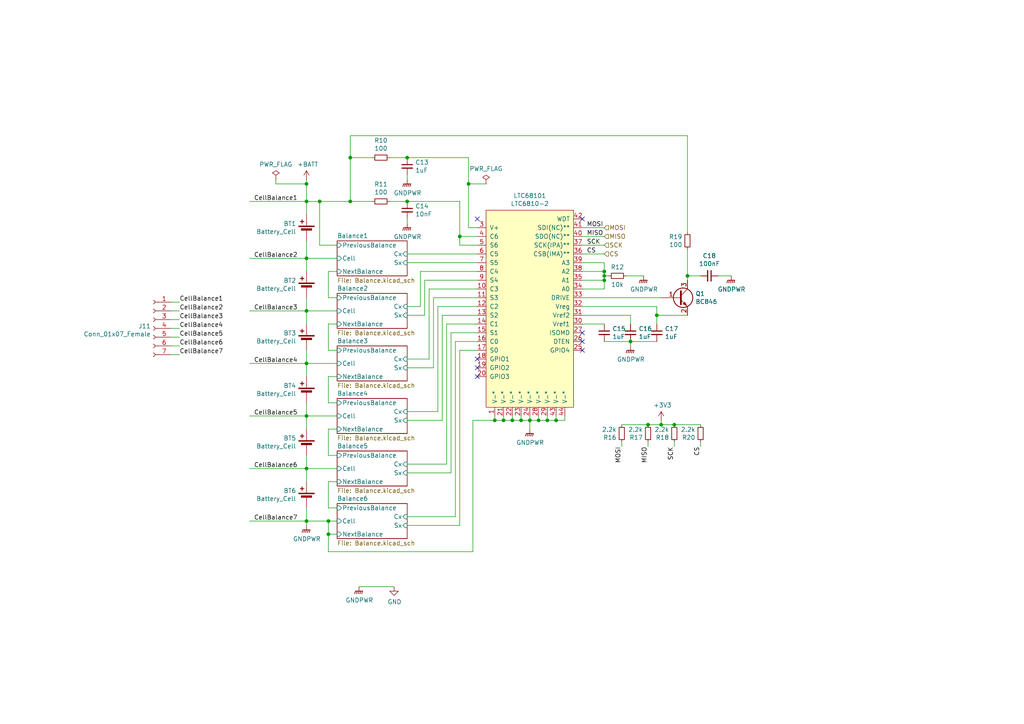
<source format=kicad_sch>
(kicad_sch (version 20231120) (generator "eeschema") (generator_version "8.0")
  (paper "A4")
  (title_block (title "LTC6810 Application"))
  (lib_symbols
    (symbol "BMS_LV_2022-rescue:+3.3V-power" (power) (pin_names (offset 0))
      (property "Value" "power_+3.3V" (at 0 3.556 0))
      (symbol "+3.3V-power_0_1"
        (polyline (pts (xy -0.762 1.27) (xy 0 2.54)))
        (polyline (pts (xy 0 0) (xy 0 2.54)))
        (polyline (pts (xy 0 2.54) (xy 0.762 1.27)))
      )
      (symbol "+3.3V-power_1_1"
        (pin power_in line (at 0 0 90) (length 0) hide (name "+3V3") (number "1"))
      )
    )
    (symbol "BMS_LV_2022-rescue:+BATT-power" (power) (pin_names (offset 0))
      (property "Value" "power_+BATT" (at 0 3.556 0))
      (symbol "+BATT-power_0_1"
        (polyline (pts (xy -0.762 1.27) (xy 0 2.54)))
        (polyline (pts (xy 0 0) (xy 0 2.54)))
        (polyline (pts (xy 0 2.54) (xy 0.762 1.27)))
      )
      (symbol "+BATT-power_1_1"
        (pin power_in line (at 0 0 90) (length 0) hide (name "+BATT") (number "1"))
      )
    )
    (symbol "BMS_LV_2022-rescue:BC846-Transistor_BJT" (pin_names (offset 0) hide)
      (property "Reference" "Q" (at 5.08 1.905 0))
      (property "Value" "BC846-Transistor_BJT" (at 5.08 0 0))
      (symbol "BC846-Transistor_BJT_0_1"
        (polyline (pts (xy 0.635 0.635) (xy 2.54 2.54)))
        (polyline (pts (xy 0.635 -0.635) (xy 2.54 -2.54) (xy 2.54 -2.54)))
        (polyline (pts (xy 0.635 1.905) (xy 0.635 -1.905) (xy 0.635 -1.905)) (stroke (width 0.508)))
        (polyline (pts (xy 1.27 -1.778) (xy 1.778 -1.27) (xy 2.286 -2.286) (xy 1.27 -1.778) (xy 1.27 -1.778)) (fill (type outline)))
        (circle (center 1.27 0) (radius 2.8194) (stroke (width 0.254)))
      )
      (symbol "BC846-Transistor_BJT_1_1"
        (pin input line (at -5.08 0 0) (length 5.715) (name "B") (number "1"))
        (pin passive line (at 2.54 -5.08 90) (length 2.54) (name "E") (number "2"))
        (pin passive line (at 2.54 5.08 270) (length 2.54) (name "C") (number "3"))
      )
    )
    (symbol "BMS_LV_2022-rescue:Conn_01x07_Female-Connector" (pin_names (offset 1.016) hide)
      (property "Reference" "J" (at 0 10.16 0))
      (property "Value" "Connector_Conn_01x07_Female" (at 0 -10.16 0))
      (symbol "Conn_01x07_Female-Connector_1_1"
        (arc (start 0 -7.112) (mid -0.508 -7.62) (end 0 -8.128) (stroke (width 0.1524)))
        (arc (start 0 -4.572) (mid -0.508 -5.08) (end 0 -5.588) (stroke (width 0.1524)))
        (arc (start 0 -2.032) (mid -0.508 -2.54) (end 0 -3.048) (stroke (width 0.1524)))
        (polyline (pts (xy -1.27 -7.62) (xy -0.508 -7.62)) (stroke (width 0.1524)))
        (polyline (pts (xy -1.27 -5.08) (xy -0.508 -5.08)) (stroke (width 0.1524)))
        (polyline (pts (xy -1.27 -2.54) (xy -0.508 -2.54)) (stroke (width 0.1524)))
        (polyline (pts (xy -1.27 0) (xy -0.508 0)) (stroke (width 0.1524)))
        (polyline (pts (xy -1.27 2.54) (xy -0.508 2.54)) (stroke (width 0.1524)))
        (polyline (pts (xy -1.27 5.08) (xy -0.508 5.08)) (stroke (width 0.1524)))
        (polyline (pts (xy -1.27 7.62) (xy -0.508 7.62)) (stroke (width 0.1524)))
        (arc (start 0 0.508) (mid -0.508 0) (end 0 -0.508) (stroke (width 0.1524)))
        (arc (start 0 3.048) (mid -0.508 2.54) (end 0 2.032) (stroke (width 0.1524)))
        (arc (start 0 5.588) (mid -0.508 5.08) (end 0 4.572) (stroke (width 0.1524)))
        (arc (start 0 8.128) (mid -0.508 7.62) (end 0 7.112) (stroke (width 0.1524)))
        (pin passive line (at -5.08 7.62 0) (length 3.81) (name "Pin_1") (number "1"))
        (pin passive line (at -5.08 5.08 0) (length 3.81) (name "Pin_2") (number "2"))
        (pin passive line (at -5.08 2.54 0) (length 3.81) (name "Pin_3") (number "3"))
        (pin passive line (at -5.08 0 0) (length 3.81) (name "Pin_4") (number "4"))
        (pin passive line (at -5.08 -2.54 0) (length 3.81) (name "Pin_5") (number "5"))
        (pin passive line (at -5.08 -5.08 0) (length 3.81) (name "Pin_6") (number "6"))
        (pin passive line (at -5.08 -7.62 0) (length 3.81) (name "Pin_7") (number "7"))
      )
    )
    (symbol "BMS_LV_2022-rescue:GND-power" (power) (pin_names (offset 0))
      (property "Value" "power_GND" (at 0 -3.81 0))
      (symbol "GND-power_0_1"
        (polyline (pts (xy 0 0) (xy 0 -1.27) (xy 1.27 -1.27) (xy 0 -2.54) (xy -1.27 -1.27) (xy 0 -1.27)))
      )
      (symbol "GND-power_1_1"
        (pin power_in line (at 0 0 270) (length 0) hide (name "GND") (number "1"))
      )
    )
    (symbol "BMS_LV_2022-rescue:GNDPWR-power" (power) (pin_names (offset 0))
      (property "Value" "power_GNDPWR" (at 0 -3.302 0))
      (symbol "GNDPWR-power_0_1"
        (polyline (pts (xy 0 -1.27) (xy 0 0)))
        (polyline (pts (xy -1.016 -1.27) (xy -1.27 -2.032) (xy -1.27 -2.032)) (stroke (width 0.2032)))
        (polyline (pts (xy -0.508 -1.27) (xy -0.762 -2.032) (xy -0.762 -2.032)) (stroke (width 0.2032)))
        (polyline (pts (xy 0 -1.27) (xy -0.254 -2.032) (xy -0.254 -2.032)) (stroke (width 0.2032)))
        (polyline (pts (xy 0.508 -1.27) (xy 0.254 -2.032) (xy 0.254 -2.032)) (stroke (width 0.2032)))
        (polyline (pts (xy 1.016 -1.27) (xy -1.016 -1.27) (xy -1.016 -1.27)) (stroke (width 0.2032)))
        (polyline (pts (xy 1.016 -1.27) (xy 0.762 -2.032) (xy 0.762 -2.032) (xy 0.762 -2.032)) (stroke (width 0.2032)))
      )
      (symbol "GNDPWR-power_1_1"
        (pin power_in line (at 0 0 270) (length 0) hide (name "GNDPWR") (number "1"))
      )
    )
    (symbol "BMS_LV_2022-rescue:PWR_FLAG-power" (power) (pin_numbers hide) (pin_names (offset 0) hide)
      (property "Value" "power_PWR_FLAG" (at 0 3.81 0))
      (symbol "PWR_FLAG-power_0_0"
        (pin power_out line (at 0 0 90) (length 0) (name "pwr") (number "1"))
      )
      (symbol "PWR_FLAG-power_0_1"
        (polyline (pts (xy 0 0) (xy 0 1.27) (xy -1.016 1.905) (xy 0 2.54) (xy 1.016 1.905) (xy 0 1.27)))
      )
    )
    (symbol "Device:Battery_Cell" (pin_numbers hide) (pin_names (offset 0) hide)
      (property "Reference" "BT" (at 2.54 2.54 0))
      (property "Value" "Battery_Cell" (at 2.54 0 0))
      (symbol "Battery_Cell_0_1"
        (rectangle (start -2.286 1.778) (end 2.286 1.524) (fill (type outline)))
        (rectangle (start -1.524 1.016) (end 1.524 0.508) (fill (type outline)))
        (polyline (pts (xy 0 0.762) (xy 0 0)))
        (polyline (pts (xy 0 1.778) (xy 0 2.54)))
        (polyline (pts (xy 0.762 3.048) (xy 1.778 3.048)) (stroke (width 0.254)))
        (polyline (pts (xy 1.27 3.556) (xy 1.27 2.54)) (stroke (width 0.254)))
      )
      (symbol "Battery_Cell_1_1"
        (pin passive line (at 0 5.08 270) (length 2.54) (name "+") (number "1"))
        (pin passive line (at 0 -2.54 90) (length 2.54) (name "-") (number "2"))
      )
    )
    (symbol "Device:C_Small" (pin_numbers hide) (pin_names (offset 0.254) hide)
      (property "Reference" "C" (at 0.254 1.778 0))
      (property "Value" "C_Small" (at 0.254 -2.032 0))
      (symbol "C_Small_0_1"
        (polyline (pts (xy -1.524 -0.508) (xy 1.524 -0.508)) (stroke (width 0.3302)))
        (polyline (pts (xy -1.524 0.508) (xy 1.524 0.508)) (stroke (width 0.3048)))
      )
      (symbol "C_Small_1_1"
        (pin passive line (at 0 2.54 270) (length 2.032) (name "~") (number "1"))
        (pin passive line (at 0 -2.54 90) (length 2.032) (name "~") (number "2"))
      )
    )
    (symbol "Device:R_Small" (pin_numbers hide) (pin_names (offset 0.254) hide)
      (property "Reference" "R" (at 0.762 0.508 0))
      (property "Value" "R_Small" (at 0.762 -1.016 0))
      (symbol "R_Small_0_1"
        (rectangle (start -0.762 1.778) (end 0.762 -1.778) (stroke (width 0.2032)))
      )
      (symbol "R_Small_1_1"
        (pin passive line (at 0 2.54 270) (length 0.762) (name "~") (number "1"))
        (pin passive line (at 0 -2.54 90) (length 0.762) (name "~") (number "2"))
      )
    )
    (symbol "ltc6810-2:LTC6810-2" (pin_names (offset 1.016))
      (property "Reference" "LTC6810" (at -22.86 59.69 0))
      (property "Value" "LTC6810-2" (at -22.86 57.15 0))
      (symbol "LTC6810-2_0_1"
        (rectangle (start -35.56 55.88) (end -10.16 -1.27) (fill (type background)))
      )
      (symbol "LTC6810-2_1_1"
        (pin power_in line (at -33.02 -3.81 90) (length 2.54) (name "V-*") (number "1"))
        (pin bidirectional line (at -38.1 33.02 0) (length 2.54) (name "C3") (number "10"))
        (pin bidirectional line (at -38.1 30.48 0) (length 2.54) (name "S3") (number "11"))
        (pin bidirectional line (at -38.1 27.94 0) (length 2.54) (name "C2") (number "12"))
        (pin bidirectional line (at -38.1 25.4 0) (length 2.54) (name "S2") (number "13"))
        (pin bidirectional line (at -38.1 22.86 0) (length 2.54) (name "C1") (number "14"))
        (pin bidirectional line (at -38.1 20.32 0) (length 2.54) (name "S1") (number "15"))
        (pin bidirectional line (at -38.1 17.78 0) (length 2.54) (name "C0") (number "16"))
        (pin bidirectional line (at -38.1 15.24 0) (length 2.54) (name "S0") (number "17"))
        (pin bidirectional line (at -38.1 12.7 0) (length 2.54) (name "GPIO1") (number "18"))
        (pin bidirectional line (at -38.1 10.16 0) (length 2.54) (name "GPIO2") (number "19"))
        (pin bidirectional line (at -38.1 53.34 0) (length 2.54) hide (name "NC") (number "2"))
        (pin bidirectional line (at -38.1 7.62 0) (length 2.54) (name "GPIO3") (number "20"))
        (pin power_in line (at -30.48 -3.81 90) (length 2.54) (name "V-*") (number "21"))
        (pin power_in line (at -27.94 -3.81 90) (length 2.54) (name "V-*") (number "22"))
        (pin power_in line (at -25.4 -3.81 90) (length 2.54) (name "V-*") (number "23"))
        (pin power_in line (at -22.86 -3.81 90) (length 2.54) (name "V-*") (number "24"))
        (pin bidirectional line (at -7.62 15.24 180) (length 2.54) (name "GPIO4") (number "25"))
        (pin bidirectional line (at -7.62 17.78 180) (length 2.54) (name "DTEN") (number "26"))
        (pin bidirectional line (at -7.62 20.32 180) (length 2.54) (name "ISOMD") (number "27"))
        (pin power_in line (at -20.32 -3.81 90) (length 2.54) (name "V-*") (number "28"))
        (pin power_in line (at -17.78 -3.81 90) (length 2.54) (name "V-*") (number "29"))
        (pin power_in line (at -38.1 50.8 0) (length 2.54) (name "V+") (number "3"))
        (pin bidirectional line (at -7.62 22.86 180) (length 2.54) (name "Vref1") (number "30"))
        (pin bidirectional line (at -7.62 25.4 180) (length 2.54) (name "Vref2") (number "31"))
        (pin bidirectional line (at -7.62 27.94 180) (length 2.54) (name "Vreg") (number "32"))
        (pin bidirectional line (at -7.62 30.48 180) (length 2.54) (name "DRIVE") (number "33"))
        (pin bidirectional line (at -7.62 33.02 180) (length 2.54) (name "A0") (number "34"))
        (pin bidirectional line (at -7.62 35.56 180) (length 2.54) (name "A1") (number "35"))
        (pin bidirectional line (at -7.62 43.18 180) (length 2.54) (name "CSB(IMA)**") (number "36"))
        (pin bidirectional line (at -7.62 45.72 180) (length 2.54) (name "SCK(IPA)**") (number "37"))
        (pin bidirectional line (at -7.62 38.1 180) (length 2.54) (name "A2") (number "38"))
        (pin bidirectional line (at -7.62 40.64 180) (length 2.54) (name "A3") (number "39"))
        (pin bidirectional line (at -38.1 48.26 0) (length 2.54) (name "C6") (number "4"))
        (pin bidirectional line (at -7.62 48.26 180) (length 2.54) (name "SDO(NC)**") (number "40"))
        (pin bidirectional line (at -7.62 50.8 180) (length 2.54) (name "SDI(NC)**") (number "41"))
        (pin bidirectional line (at -7.62 53.34 180) (length 2.54) (name "WDT") (number "42"))
        (pin power_in line (at -15.24 -3.81 90) (length 2.54) (name "V-*") (number "43"))
        (pin power_in line (at -12.7 -3.81 90) (length 2.54) (name "V-*") (number "44"))
        (pin bidirectional line (at -38.1 45.72 0) (length 2.54) (name "S6") (number "5"))
        (pin bidirectional line (at -38.1 43.18 0) (length 2.54) (name "C5") (number "6"))
        (pin bidirectional line (at -38.1 40.64 0) (length 2.54) (name "S5") (number "7"))
        (pin bidirectional line (at -38.1 38.1 0) (length 2.54) (name "C4") (number "8"))
        (pin bidirectional line (at -38.1 35.56 0) (length 2.54) (name "S4") (number "9"))
      )
    )
  )
  (junction (at 88.9 74.93))
  (junction (at 156.21 121.92))
  (junction (at 101.6 45.72))
  (junction (at 88.9 151.13))
  (junction (at 175.26 78.74))
  (junction (at 118.11 58.42))
  (junction (at 88.9 105.41))
  (junction (at 161.29 121.92))
  (junction (at 151.13 121.92))
  (junction (at 88.9 58.42))
  (junction (at 175.26 80.01))
  (junction (at 88.9 53.34))
  (junction (at 101.6 58.42))
  (junction (at 175.26 81.28))
  (junction (at 88.9 90.17))
  (junction (at 135.89 53.34))
  (junction (at 143.51 121.92))
  (junction (at 95.25 154.94))
  (junction (at 199.39 80.01))
  (junction (at 148.59 121.92))
  (junction (at 187.96 123.19))
  (junction (at 146.05 121.92))
  (junction (at 88.9 135.89))
  (junction (at 158.75 121.92))
  (junction (at 118.11 45.72))
  (junction (at 190.5 91.44))
  (junction (at 95.25 151.13))
  (junction (at 133.35 68.58))
  (junction (at 88.9 120.65))
  (junction (at 182.88 99.06))
  (junction (at 153.67 121.92))
  (junction (at 191.77 123.19))
  (junction (at 92.71 58.42))
  (junction (at 195.58 123.19))
  (no_connect (at 138.43 104.14))
  (no_connect (at 138.43 109.22))
  (no_connect (at 168.91 96.52))
  (no_connect (at 168.91 101.6))
  (no_connect (at 168.91 63.5))
  (no_connect (at 138.43 63.5))
  (no_connect (at 168.91 99.06))
  (no_connect (at 138.43 106.68))
  (wire (pts (xy 146.05 121.92) (xy 148.59 121.92)))
  (wire (pts (xy 88.9 132.08) (xy 88.9 135.89)))
  (wire (pts (xy 95.25 116.84) (xy 97.79 116.84)))
  (wire (pts (xy 101.6 58.42) (xy 92.71 58.42)))
  (wire (pts (xy 135.89 53.34) (xy 135.89 66.04)))
  (wire (pts (xy 168.91 73.66) (xy 175.26 73.66)))
  (wire (pts (xy 128.27 91.44) (xy 138.43 91.44)))
  (wire (pts (xy 161.29 120.65) (xy 161.29 121.92)))
  (wire (pts (xy 199.39 80.01) (xy 199.39 72.39)))
  (wire (pts (xy 95.25 139.7) (xy 95.25 147.32)))
  (wire (pts (xy 88.9 52.07) (xy 88.9 53.34)))
  (wire (pts (xy 72.39 74.93) (xy 88.9 74.93)))
  (wire (pts (xy 95.25 124.46) (xy 95.25 132.08)))
  (wire (pts (xy 118.11 58.42) (xy 113.03 58.42)))
  (wire (pts (xy 190.5 91.44) (xy 190.5 93.98)))
  (wire (pts (xy 101.6 39.37) (xy 199.39 39.37)))
  (wire (pts (xy 97.79 90.17) (xy 88.9 90.17)))
  (wire (pts (xy 182.88 99.06) (xy 190.5 99.06)))
  (wire (pts (xy 156.21 121.92) (xy 158.75 121.92)))
  (wire (pts (xy 121.92 78.74) (xy 138.43 78.74)))
  (wire (pts (xy 97.79 109.22) (xy 95.25 109.22)))
  (wire (pts (xy 168.91 76.2) (xy 175.26 76.2)))
  (wire (pts (xy 118.11 88.9) (xy 121.92 88.9)))
  (wire (pts (xy 203.2 129.54) (xy 203.2 128.27)))
  (wire (pts (xy 95.25 109.22) (xy 95.25 116.84)))
  (wire (pts (xy 95.25 151.13) (xy 95.25 154.94)))
  (wire (pts (xy 138.43 73.66) (xy 118.11 73.66)))
  (wire (pts (xy 133.35 152.4) (xy 133.35 101.6)))
  (wire (pts (xy 191.77 123.19) (xy 195.58 123.19)))
  (wire (pts (xy 132.08 99.06) (xy 132.08 149.86)))
  (wire (pts (xy 97.79 78.74) (xy 95.25 78.74)))
  (wire (pts (xy 52.07 95.25) (xy 49.53 95.25)))
  (wire (pts (xy 168.91 86.36) (xy 191.77 86.36)))
  (wire (pts (xy 118.11 52.07) (xy 118.11 50.8)))
  (wire (pts (xy 148.59 120.65) (xy 148.59 121.92)))
  (wire (pts (xy 158.75 121.92) (xy 161.29 121.92)))
  (wire (pts (xy 175.26 80.01) (xy 176.53 80.01)))
  (wire (pts (xy 168.91 71.12) (xy 175.26 71.12)))
  (wire (pts (xy 95.25 78.74) (xy 95.25 86.36)))
  (wire (pts (xy 127 119.38) (xy 118.11 119.38)))
  (wire (pts (xy 187.96 128.27) (xy 187.96 129.54)))
  (wire (pts (xy 72.39 151.13) (xy 88.9 151.13)))
  (wire (pts (xy 52.07 90.17) (xy 49.53 90.17)))
  (wire (pts (xy 208.28 80.01) (xy 212.09 80.01)))
  (wire (pts (xy 97.79 120.65) (xy 88.9 120.65)))
  (wire (pts (xy 132.08 99.06) (xy 138.43 99.06)))
  (wire (pts (xy 127 119.38) (xy 127 88.9)))
  (wire (pts (xy 97.79 139.7) (xy 95.25 139.7)))
  (wire (pts (xy 133.35 101.6) (xy 138.43 101.6)))
  (wire (pts (xy 97.79 71.12) (xy 92.71 71.12)))
  (wire (pts (xy 128.27 121.92) (xy 128.27 91.44)))
  (wire (pts (xy 95.25 151.13) (xy 97.79 151.13)))
  (wire (pts (xy 151.13 120.65) (xy 151.13 121.92)))
  (wire (pts (xy 88.9 86.36) (xy 88.9 90.17)))
  (wire (pts (xy 101.6 58.42) (xy 107.95 58.42)))
  (wire (pts (xy 72.39 120.65) (xy 88.9 120.65)))
  (wire (pts (xy 135.89 45.72) (xy 135.89 53.34)))
  (wire (pts (xy 163.83 121.92) (xy 163.83 120.65)))
  (wire (pts (xy 72.39 58.42) (xy 88.9 58.42)))
  (wire (pts (xy 72.39 105.41) (xy 88.9 105.41)))
  (wire (pts (xy 182.88 99.06) (xy 182.88 100.33)))
  (wire (pts (xy 52.07 102.87) (xy 49.53 102.87)))
  (wire (pts (xy 175.26 99.06) (xy 182.88 99.06)))
  (wire (pts (xy 180.34 128.27) (xy 180.34 129.54)))
  (wire (pts (xy 97.79 93.98) (xy 95.25 93.98)))
  (wire (pts (xy 199.39 67.31) (xy 199.39 39.37)))
  (wire (pts (xy 137.16 121.92) (xy 143.51 121.92)))
  (wire (pts (xy 52.07 100.33) (xy 49.53 100.33)))
  (wire (pts (xy 113.03 45.72) (xy 118.11 45.72)))
  (wire (pts (xy 80.01 52.07) (xy 80.01 53.34)))
  (wire (pts (xy 199.39 91.44) (xy 190.5 91.44)))
  (wire (pts (xy 88.9 120.65) (xy 88.9 124.46)))
  (wire (pts (xy 88.9 58.42) (xy 88.9 62.23)))
  (wire (pts (xy 123.19 81.28) (xy 138.43 81.28)))
  (wire (pts (xy 118.11 91.44) (xy 123.19 91.44)))
  (wire (pts (xy 187.96 123.19) (xy 191.77 123.19)))
  (wire (pts (xy 88.9 151.13) (xy 88.9 152.4)))
  (wire (pts (xy 182.88 91.44) (xy 182.88 93.98)))
  (wire (pts (xy 52.07 97.79) (xy 49.53 97.79)))
  (wire (pts (xy 95.25 93.98) (xy 95.25 101.6)))
  (wire (pts (xy 88.9 105.41) (xy 88.9 109.22)))
  (wire (pts (xy 52.07 87.63) (xy 49.53 87.63)))
  (wire (pts (xy 153.67 121.92) (xy 153.67 124.46)))
  (wire (pts (xy 97.79 135.89) (xy 88.9 135.89)))
  (wire (pts (xy 129.54 93.98) (xy 138.43 93.98)))
  (wire (pts (xy 118.11 45.72) (xy 135.89 45.72)))
  (wire (pts (xy 97.79 124.46) (xy 95.25 124.46)))
  (wire (pts (xy 101.6 45.72) (xy 101.6 58.42)))
  (wire (pts (xy 140.97 53.34) (xy 135.89 53.34)))
  (wire (pts (xy 88.9 90.17) (xy 88.9 93.98)))
  (wire (pts (xy 168.91 93.98) (xy 175.26 93.98)))
  (wire (pts (xy 72.39 90.17) (xy 88.9 90.17)))
  (wire (pts (xy 97.79 105.41) (xy 88.9 105.41)))
  (wire (pts (xy 138.43 76.2) (xy 118.11 76.2)))
  (wire (pts (xy 118.11 63.5) (xy 118.11 64.77)))
  (wire (pts (xy 72.39 135.89) (xy 88.9 135.89)))
  (wire (pts (xy 153.67 120.65) (xy 153.67 121.92)))
  (wire (pts (xy 175.26 66.04) (xy 168.91 66.04)))
  (wire (pts (xy 124.46 104.14) (xy 118.11 104.14)))
  (wire (pts (xy 118.11 152.4) (xy 133.35 152.4)))
  (wire (pts (xy 148.59 121.92) (xy 151.13 121.92)))
  (wire (pts (xy 97.79 74.93) (xy 88.9 74.93)))
  (wire (pts (xy 153.67 121.92) (xy 156.21 121.92)))
  (wire (pts (xy 129.54 134.62) (xy 129.54 93.98)))
  (wire (pts (xy 199.39 80.01) (xy 203.2 80.01)))
  (wire (pts (xy 181.61 80.01) (xy 186.69 80.01)))
  (wire (pts (xy 107.95 45.72) (xy 101.6 45.72)))
  (wire (pts (xy 127 88.9) (xy 138.43 88.9)))
  (wire (pts (xy 195.58 128.27) (xy 195.58 129.54)))
  (wire (pts (xy 191.77 121.92) (xy 191.77 123.19)))
  (wire (pts (xy 95.25 132.08) (xy 97.79 132.08)))
  (wire (pts (xy 168.91 78.74) (xy 175.26 78.74)))
  (wire (pts (xy 168.91 68.58) (xy 175.26 68.58)))
  (wire (pts (xy 137.16 160.02) (xy 137.16 121.92)))
  (wire (pts (xy 175.26 80.01) (xy 175.26 81.28)))
  (wire (pts (xy 88.9 69.85) (xy 88.9 74.93)))
  (wire (pts (xy 88.9 151.13) (xy 95.25 151.13)))
  (wire (pts (xy 88.9 74.93) (xy 88.9 78.74)))
  (wire (pts (xy 95.25 86.36) (xy 97.79 86.36)))
  (wire (pts (xy 88.9 135.89) (xy 88.9 139.7)))
  (wire (pts (xy 92.71 71.12) (xy 92.71 58.42)))
  (wire (pts (xy 88.9 116.84) (xy 88.9 120.65)))
  (wire (pts (xy 133.35 58.42) (xy 118.11 58.42)))
  (wire (pts (xy 125.73 86.36) (xy 138.43 86.36)))
  (wire (pts (xy 101.6 45.72) (xy 101.6 39.37)))
  (wire (pts (xy 199.39 81.28) (xy 199.39 80.01)))
  (wire (pts (xy 138.43 66.04) (xy 135.89 66.04)))
  (wire (pts (xy 146.05 120.65) (xy 146.05 121.92)))
  (wire (pts (xy 80.01 53.34) (xy 88.9 53.34)))
  (wire (pts (xy 125.73 106.68) (xy 118.11 106.68)))
  (wire (pts (xy 151.13 121.92) (xy 153.67 121.92)))
  (wire (pts (xy 95.25 154.94) (xy 95.25 160.02)))
  (wire (pts (xy 95.25 160.02) (xy 137.16 160.02)))
  (wire (pts (xy 130.81 96.52) (xy 138.43 96.52)))
  (wire (pts (xy 88.9 147.32) (xy 88.9 151.13)))
  (wire (pts (xy 175.26 81.28) (xy 175.26 83.82)))
  (wire (pts (xy 123.19 91.44) (xy 123.19 81.28)))
  (wire (pts (xy 168.91 88.9) (xy 190.5 88.9)))
  (wire (pts (xy 158.75 120.65) (xy 158.75 121.92)))
  (wire (pts (xy 124.46 83.82) (xy 138.43 83.82)))
  (wire (pts (xy 125.73 106.68) (xy 125.73 86.36)))
  (wire (pts (xy 132.08 149.86) (xy 118.11 149.86)))
  (wire (pts (xy 143.51 120.65) (xy 143.51 121.92)))
  (wire (pts (xy 95.25 147.32) (xy 97.79 147.32)))
  (wire (pts (xy 88.9 58.42) (xy 92.71 58.42)))
  (wire (pts (xy 124.46 104.14) (xy 124.46 83.82)))
  (wire (pts (xy 175.26 78.74) (xy 175.26 80.01)))
  (wire (pts (xy 138.43 71.12) (xy 133.35 71.12)))
  (wire (pts (xy 175.26 76.2) (xy 175.26 78.74)))
  (wire (pts (xy 128.27 121.92) (xy 118.11 121.92)))
  (wire (pts (xy 133.35 71.12) (xy 133.35 68.58)))
  (wire (pts (xy 168.91 91.44) (xy 182.88 91.44)))
  (wire (pts (xy 161.29 121.92) (xy 163.83 121.92)))
  (wire (pts (xy 104.14 170.18) (xy 114.3 170.18)))
  (wire (pts (xy 133.35 68.58) (xy 138.43 68.58)))
  (wire (pts (xy 133.35 58.42) (xy 133.35 68.58)))
  (wire (pts (xy 88.9 53.34) (xy 88.9 58.42)))
  (wire (pts (xy 130.81 137.16) (xy 118.11 137.16)))
  (wire (pts (xy 129.54 134.62) (xy 118.11 134.62)))
  (wire (pts (xy 52.07 92.71) (xy 49.53 92.71)))
  (wire (pts (xy 180.34 123.19) (xy 187.96 123.19)))
  (wire (pts (xy 156.21 120.65) (xy 156.21 121.92)))
  (wire (pts (xy 168.91 81.28) (xy 175.26 81.28)))
  (wire (pts (xy 130.81 137.16) (xy 130.81 96.52)))
  (wire (pts (xy 97.79 154.94) (xy 95.25 154.94)))
  (wire (pts (xy 143.51 121.92) (xy 146.05 121.92)))
  (wire (pts (xy 95.25 101.6) (xy 97.79 101.6)))
  (wire (pts (xy 88.9 101.6) (xy 88.9 105.41)))
  (wire (pts (xy 121.92 88.9) (xy 121.92 78.74)))
  (wire (pts (xy 195.58 123.19) (xy 203.2 123.19)))
  (wire (pts (xy 190.5 88.9) (xy 190.5 91.44)))
  (wire (pts (xy 175.26 83.82) (xy 168.91 83.82)))
  (label "CellBalance2" (at 73.66 74.93 0))
  (label "CellBalance3" (at 52.07 92.71 0))
  (label "CS" (at 203.2 129.54 270))
  (label "SCK" (at 195.58 129.54 270))
  (label "CellBalance4" (at 52.07 95.25 0))
  (label "MISO" (at 170.18 68.58 0))
  (label "CellBalance6" (at 52.07 100.33 0))
  (label "CellBalance6" (at 73.66 135.89 0))
  (label "CellBalance1" (at 52.07 87.63 0))
  (label "CS" (at 170.18 73.66 0))
  (label "MOSI" (at 180.34 129.54 270))
  (label "CellBalance2" (at 52.07 90.17 0))
  (label "CellBalance4" (at 73.66 105.41 0))
  (label "CellBalance7" (at 52.07 102.87 0))
  (label "CellBalance5" (at 52.07 97.79 0))
  (label "CellBalance3" (at 73.66 90.17 0))
  (label "CellBalance1" (at 73.66 58.42 0))
  (label "MOSI" (at 170.18 66.04 0))
  (label "MISO" (at 187.96 129.54 270))
  (label "SCK" (at 170.18 71.12 0))
  (label "CellBalance5" (at 73.66 120.65 0))
  (label "CellBalance7" (at 73.66 151.13 0))
  (hierarchical_label "CS" (shape input) (at 175.26 73.66 0))
  (hierarchical_label "MOSI" (shape input) (at 175.26 66.04 0))
  (hierarchical_label "MISO" (shape input) (at 175.26 68.58 0))
  (hierarchical_label "SCK" (shape input) (at 175.26 71.12 0))
  (symbol (lib_id "Device:C_Small") (at 118.11 48.26 0) (unit 1)
    (property "Reference" "C13" (at 120.4468 47.0916 0) (effects (justify left)))
    (property "Value" "1uF" (at 120.4468 49.403 0) (effects (justify left)))
    (property "Footprint" "Capacitor_SMD:C_0603_1608Metric" (effects (hide yes)))
  )
  (symbol (lib_id "Device:R_Small") (at 110.49 45.72 270) (unit 1)
    (property "Reference" "R10" (at 110.49 40.7416 90))
    (property "Value" "100" (at 110.49 43.053 90))
    (property "Footprint" "Resistor_SMD:R_0603_1608Metric" (effects (hide yes)))
  )
  (symbol (lib_id "Device:R_Small") (at 110.49 58.42 270) (unit 1)
    (property "Reference" "R11" (at 110.49 53.4416 90))
    (property "Value" "100" (at 110.49 55.753 90))
    (property "Footprint" "Resistor_SMD:R_0603_1608Metric" (effects (hide yes)))
  )
  (symbol (lib_id "Device:C_Small") (at 118.11 60.96 0) (unit 1)
    (property "Reference" "C14" (at 120.4468 59.7916 0) (effects (justify left)))
    (property "Value" "10nF" (at 120.4468 62.103 0) (effects (justify left)))
    (property "Footprint" "Capacitor_SMD:C_0603_1608Metric" (effects (hide yes)))
  )
  (symbol (lib_id "Device:Battery_Cell") (at 88.9 67.31 0) (mirror y) (unit 1)
    (property "Reference" "BT1" (at 85.9028 64.8716 0) (effects (justify left)))
    (property "Value" "Battery_Cell" (at 85.9028 67.183 0) (effects (justify left)))
  )
  (symbol (lib_id "BMS_LV_2022-rescue:GND-power") (at 114.3 170.18 0) (unit 1)
    (property "Reference" "#PWR024" (effects (hide yes)))
    (property "Value" "GND" (at 114.427 174.5742 0))
  )
  (symbol (lib_id "Device:Battery_Cell") (at 88.9 83.82 0) (mirror y) (unit 1)
    (property "Reference" "BT2" (at 85.9028 81.3816 0) (effects (justify left)))
    (property "Value" "Battery_Cell" (at 85.9028 83.693 0) (effects (justify left)))
  )
  (symbol (lib_id "Device:Battery_Cell") (at 88.9 99.06 0) (mirror y) (unit 1)
    (property "Reference" "BT3" (at 85.9028 96.6216 0) (effects (justify left)))
    (property "Value" "Battery_Cell" (at 85.9028 98.933 0) (effects (justify left)))
  )
  (symbol (lib_id "Device:Battery_Cell") (at 88.9 114.3 0) (mirror y) (unit 1)
    (property "Reference" "BT4" (at 85.9028 111.8616 0) (effects (justify left)))
    (property "Value" "Battery_Cell" (at 85.9028 114.173 0) (effects (justify left)))
  )
  (symbol (lib_id "Device:Battery_Cell") (at 88.9 129.54 0) (mirror y) (unit 1)
    (property "Reference" "BT5" (at 85.9028 127.1016 0) (effects (justify left)))
    (property "Value" "Battery_Cell" (at 85.9028 129.413 0) (effects (justify left)))
  )
  (symbol (lib_id "Device:Battery_Cell") (at 88.9 144.78 0) (mirror y) (unit 1)
    (property "Reference" "BT6" (at 85.9028 142.3416 0) (effects (justify left)))
    (property "Value" "Battery_Cell" (at 85.9028 144.653 0) (effects (justify left)))
  )
  (symbol (lib_id "Device:R_Small") (at 179.07 80.01 270) (unit 1)
    (property "Reference" "R12" (at 179.07 77.47 90))
    (property "Value" "10k" (at 179.07 82.55 90))
    (property "Footprint" "Resistor_SMD:R_0603_1608Metric" (effects (hide yes)))
  )
  (symbol (lib_id "Device:C_Small") (at 175.26 96.52 0) (unit 1)
    (property "Reference" "C15" (at 177.5968 95.3516 0) (effects (justify left)))
    (property "Value" "1uF" (at 177.5968 97.663 0) (effects (justify left)))
    (property "Footprint" "Capacitor_SMD:C_0603_1608Metric" (effects (hide yes)))
  )
  (symbol (lib_id "Device:C_Small") (at 182.88 96.52 0) (unit 1)
    (property "Reference" "C16" (at 185.2168 95.3516 0) (effects (justify left)))
    (property "Value" "1uF" (at 185.2168 97.663 0) (effects (justify left)))
    (property "Footprint" "Capacitor_SMD:C_0603_1608Metric" (effects (hide yes)))
  )
  (symbol (lib_id "Device:C_Small") (at 190.5 96.52 0) (unit 1)
    (property "Reference" "C17" (at 192.8368 95.3516 0) (effects (justify left)))
    (property "Value" "1uF" (at 192.8368 97.663 0) (effects (justify left)))
    (property "Footprint" "Capacitor_SMD:C_0603_1608Metric" (effects (hide yes)))
  )
  (symbol (lib_id "BMS_LV_2022-rescue:BC846-Transistor_BJT") (at 196.85 86.36 0) (unit 1)
    (property "Reference" "Q1" (at 201.7014 85.1916 0) (effects (justify left)))
    (property "Value" "BC846" (at 201.7014 87.503 0) (effects (justify left)))
    (property "Footprint" "Package_TO_SOT_SMD:SOT-23" (effects (hide yes)))
    (property "Datasheet" "https://assets.nexperia.com/documents/data-sheet/BC846_SER.pdf" (effects (hide yes)))
  )
  (symbol (lib_id "Device:C_Small") (at 205.74 80.01 270) (unit 1)
    (property "Reference" "C18" (at 205.74 74.1934 90))
    (property "Value" "100nF" (at 205.74 76.5048 90))
    (property "Footprint" "Capacitor_SMD:C_0603_1608Metric" (effects (hide yes)))
  )
  (symbol (lib_id "Device:R_Small") (at 199.39 69.85 0) (mirror x) (unit 1)
    (property "Reference" "R19" (at 197.9168 68.6816 0) (effects (justify right)))
    (property "Value" "100" (at 197.9168 70.993 0) (effects (justify right)))
    (property "Footprint" "Resistor_SMD:R_0603_1608Metric" (effects (hide yes)))
  )
  (symbol (lib_id "BMS_LV_2022-rescue:PWR_FLAG-power") (at 140.97 53.34 0) (unit 1)
    (property "Reference" "#FLG0102" (effects (hide yes)))
    (property "Value" "PWR_FLAG" (at 140.97 48.9458 0))
  )
  (symbol (lib_id "BMS_LV_2022-rescue:+3.3V-power") (at 191.77 121.92 0) (unit 1)
    (property "Reference" "#PWR030" (effects (hide yes)))
    (property "Value" "+3V3" (at 192.151 117.5258 0))
  )
  (symbol (lib_id "Device:R_Small") (at 180.34 125.73 180) (unit 1)
    (property "Reference" "R16" (at 178.8414 126.8984 0) (effects (justify left)))
    (property "Value" "2.2k" (at 178.8414 124.587 0) (effects (justify left)))
    (property "Footprint" "Resistor_SMD:R_0603_1608Metric" (effects (hide yes)))
  )
  (symbol (lib_id "Device:R_Small") (at 187.96 125.73 180) (unit 1)
    (property "Reference" "R17" (at 186.4614 126.8984 0) (effects (justify left)))
    (property "Value" "2.2k" (at 186.4614 124.587 0) (effects (justify left)))
    (property "Footprint" "Resistor_SMD:R_0603_1608Metric" (effects (hide yes)))
  )
  (symbol (lib_id "Device:R_Small") (at 195.58 125.73 180) (unit 1)
    (property "Reference" "R18" (at 194.0814 126.8984 0) (effects (justify left)))
    (property "Value" "2.2k" (at 194.0814 124.587 0) (effects (justify left)))
    (property "Footprint" "Resistor_SMD:R_0603_1608Metric" (effects (hide yes)))
  )
  (symbol (lib_id "Device:R_Small") (at 203.2 125.73 180) (unit 1)
    (property "Reference" "R20" (at 201.7014 126.8984 0) (effects (justify left)))
    (property "Value" "2.2k" (at 201.7014 124.587 0) (effects (justify left)))
    (property "Footprint" "Resistor_SMD:R_0603_1608Metric" (effects (hide yes)))
  )
  (symbol (lib_id "BMS_LV_2022-rescue:PWR_FLAG-power") (at 80.01 52.07 0) (unit 1)
    (property "Reference" "#FLG0103" (effects (hide yes)))
    (property "Value" "PWR_FLAG" (at 80.01 47.6758 0))
  )
  (symbol (lib_id "ltc6810-2:LTC6810-2") (at 176.53 116.84 0) (unit 1)
    (property "Reference" "LTC68101" (at 153.67 56.769 0))
    (property "Value" "LTC6810-2" (at 153.67 59.0804 0))
    (property "Footprint" "footprints:LTC6810" (effects (hide yes)))
  )
  (symbol (lib_id "BMS_LV_2022-rescue:Conn_01x07_Female-Connector") (at 44.45 95.25 0) (mirror y) (unit 1)
    (property "Reference" "J11" (at 43.7388 94.5896 0) (effects (justify left)))
    (property "Value" "Conn_01x07_Female" (at 43.7388 96.901 0) (effects (justify left)))
    (property "Footprint" "Connector_JST:JST_XH_B7B-XH-A_1x07_P2.50mm_Vertical" (effects (hide yes)))
  )
  (symbol (lib_id "BMS_LV_2022-rescue:GNDPWR-power") (at 88.9 152.4 0) (unit 1)
    (property "Reference" "#PWR0104" (effects (hide yes)))
    (property "Value" "GNDPWR" (at 89.0016 156.3116 0))
  )
  (symbol (lib_id "BMS_LV_2022-rescue:GNDPWR-power") (at 104.14 170.18 0) (unit 1)
    (property "Reference" "#PWR0105" (effects (hide yes)))
    (property "Value" "GNDPWR" (at 104.2416 174.0916 0))
  )
  (symbol (lib_id "BMS_LV_2022-rescue:GNDPWR-power") (at 153.67 124.46 0) (unit 1)
    (property "Reference" "#PWR0106" (effects (hide yes)))
    (property "Value" "GNDPWR" (at 153.7716 128.3716 0))
  )
  (symbol (lib_id "BMS_LV_2022-rescue:GNDPWR-power") (at 118.11 64.77 0) (unit 1)
    (property "Reference" "#PWR0107" (effects (hide yes)))
    (property "Value" "GNDPWR" (at 118.2116 68.6816 0))
  )
  (symbol (lib_id "BMS_LV_2022-rescue:GNDPWR-power") (at 118.11 52.07 0) (unit 1)
    (property "Reference" "#PWR0108" (effects (hide yes)))
    (property "Value" "GNDPWR" (at 118.2116 55.9816 0))
  )
  (symbol (lib_id "BMS_LV_2022-rescue:+BATT-power") (at 88.9 52.07 0) (unit 1)
    (property "Reference" "#PWR0120" (effects (hide yes)))
    (property "Value" "+BATT" (at 89.281 47.6758 0))
  )
  (symbol (lib_id "BMS_LV_2022-rescue:GNDPWR-power") (at 212.09 80.01 0) (unit 1)
    (property "Reference" "#PWR0109" (effects (hide yes)))
    (property "Value" "GNDPWR" (at 212.1916 83.9216 0))
  )
  (symbol (lib_id "BMS_LV_2022-rescue:GNDPWR-power") (at 182.88 100.33 0) (unit 1)
    (property "Reference" "#PWR0110" (effects (hide yes)))
    (property "Value" "GNDPWR" (at 182.9816 104.2416 0))
  )
  (symbol (lib_id "BMS_LV_2022-rescue:GNDPWR-power") (at 186.69 80.01 0) (unit 1)
    (property "Reference" "#PWR0111" (effects (hide yes)))
    (property "Value" "GNDPWR" (at 186.7916 83.9216 0))
  )
  (sheet (at 97.79 69.85) (size 20.32 10.16)
    (property "Sheetname" "Balance1" (at 97.79 69.1384 0) (effects (justify left bottom)))
    (property "Sheetfile" "Balance.kicad_sch" (at 97.79 80.5946 0) (effects (justify left top)))
    (pin "Sx" input (at 118.11 76.2 0))
    (pin "Cell" input (at 97.79 74.93 180))
    (pin "PreviousBalance" input (at 97.79 71.12 180))
    (pin "Cx" input (at 118.11 73.66 0))
    (pin "NextBalance" input (at 97.79 78.74 180))
  )
  (sheet (at 97.79 85.09) (size 20.32 10.16)
    (property "Sheetname" "Balance2" (at 97.79 84.3784 0) (effects (justify left bottom)))
    (property "Sheetfile" "Balance.kicad_sch" (at 97.79 95.8346 0) (effects (justify left top)))
    (pin "Sx" input (at 118.11 91.44 0))
    (pin "Cell" input (at 97.79 90.17 180))
    (pin "PreviousBalance" input (at 97.79 86.36 180))
    (pin "Cx" input (at 118.11 88.9 0))
    (pin "NextBalance" input (at 97.79 93.98 180))
  )
  (sheet (at 97.79 100.33) (size 20.32 10.16)
    (property "Sheetname" "Balance3" (at 97.79 99.6184 0) (effects (justify left bottom)))
    (property "Sheetfile" "Balance.kicad_sch" (at 97.79 111.0746 0) (effects (justify left top)))
    (pin "Sx" input (at 118.11 106.68 0))
    (pin "Cell" input (at 97.79 105.41 180))
    (pin "PreviousBalance" input (at 97.79 101.6 180))
    (pin "Cx" input (at 118.11 104.14 0))
    (pin "NextBalance" input (at 97.79 109.22 180))
  )
  (sheet (at 97.79 115.57) (size 20.32 10.16)
    (property "Sheetname" "Balance4" (at 97.79 114.8584 0) (effects (justify left bottom)))
    (property "Sheetfile" "Balance.kicad_sch" (at 97.79 126.3146 0) (effects (justify left top)))
    (pin "Sx" input (at 118.11 121.92 0))
    (pin "Cell" input (at 97.79 120.65 180))
    (pin "PreviousBalance" input (at 97.79 116.84 180))
    (pin "Cx" input (at 118.11 119.38 0))
    (pin "NextBalance" input (at 97.79 124.46 180))
  )
  (sheet (at 97.79 130.81) (size 20.32 10.16)
    (property "Sheetname" "Balance5" (at 97.79 130.0984 0) (effects (justify left bottom)))
    (property "Sheetfile" "Balance.kicad_sch" (at 97.79 141.5546 0) (effects (justify left top)))
    (pin "Sx" input (at 118.11 137.16 0))
    (pin "Cell" input (at 97.79 135.89 180))
    (pin "PreviousBalance" input (at 97.79 132.08 180))
    (pin "Cx" input (at 118.11 134.62 0))
    (pin "NextBalance" input (at 97.79 139.7 180))
  )
  (sheet (at 97.79 146.05) (size 20.32 10.16)
    (property "Sheetname" "Balance6" (at 97.79 145.3384 0) (effects (justify left bottom)))
    (property "Sheetfile" "Balance.kicad_sch" (at 97.79 156.7946 0) (effects (justify left top)))
    (pin "Sx" input (at 118.11 152.4 0))
    (pin "Cell" input (at 97.79 151.13 180))
    (pin "PreviousBalance" input (at 97.79 147.32 180))
    (pin "Cx" input (at 118.11 149.86 0))
    (pin "NextBalance" input (at 97.79 154.94 180))
  )
)
</source>
